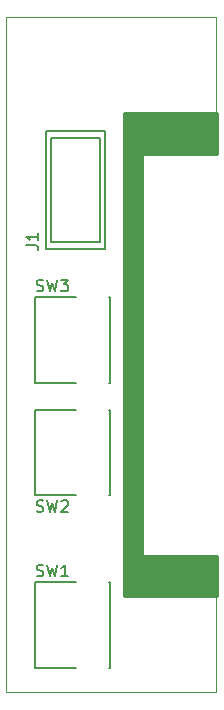
<source format=gto>
G04 #@! TF.FileFunction,Legend,Top*
%FSLAX46Y46*%
G04 Gerber Fmt 4.6, Leading zero omitted, Abs format (unit mm)*
G04 Created by KiCad (PCBNEW (2015-04-03 BZR 5570)-product) date Sun Apr 12 09:32:45 2015*
%MOMM*%
G01*
G04 APERTURE LIST*
%ADD10C,0.150000*%
%ADD11C,0.180000*%
%ADD12C,0.254000*%
%ADD13C,0.100000*%
G04 APERTURE END LIST*
D10*
D11*
X123785600Y-129115000D02*
X123785600Y-136315000D01*
X123785600Y-136315000D02*
X127185600Y-136315000D01*
X123785600Y-129115000D02*
X127185600Y-129115000D01*
X130085600Y-129115000D02*
X130085600Y-136315000D01*
X130085600Y-129115000D02*
X129985600Y-129115000D01*
X130085600Y-136315000D02*
X129985600Y-136315000D01*
X123785600Y-114510000D02*
X123785600Y-121710000D01*
X123785600Y-121710000D02*
X127185600Y-121710000D01*
X123785600Y-114510000D02*
X127185600Y-114510000D01*
X130085600Y-114510000D02*
X130085600Y-121710000D01*
X130085600Y-114510000D02*
X129985600Y-114510000D01*
X130085600Y-121710000D02*
X129985600Y-121710000D01*
X123785600Y-104985000D02*
X123785600Y-112185000D01*
X123785600Y-112185000D02*
X127185600Y-112185000D01*
X123785600Y-104985000D02*
X127185600Y-104985000D01*
X130085600Y-104985000D02*
X130085600Y-112185000D01*
X130085600Y-104985000D02*
X129985600Y-104985000D01*
X130085600Y-112185000D02*
X129985600Y-112185000D01*
X124670000Y-100885000D02*
X124670000Y-90885000D01*
X124670000Y-90885000D02*
X129670000Y-90885000D01*
X129670000Y-100885000D02*
X129670000Y-90885000D01*
X129670000Y-100885000D02*
X124670000Y-100885000D01*
X125070000Y-100285000D02*
X125070000Y-91485000D01*
X125070000Y-91485000D02*
X129270000Y-91485000D01*
X125070000Y-100285000D02*
X129270000Y-100285000D01*
X129270000Y-100285000D02*
X129270000Y-91485000D01*
X123888476Y-128555762D02*
X124031333Y-128603381D01*
X124269429Y-128603381D01*
X124364667Y-128555762D01*
X124412286Y-128508143D01*
X124459905Y-128412905D01*
X124459905Y-128317667D01*
X124412286Y-128222429D01*
X124364667Y-128174810D01*
X124269429Y-128127190D01*
X124078952Y-128079571D01*
X123983714Y-128031952D01*
X123936095Y-127984333D01*
X123888476Y-127889095D01*
X123888476Y-127793857D01*
X123936095Y-127698619D01*
X123983714Y-127651000D01*
X124078952Y-127603381D01*
X124317048Y-127603381D01*
X124459905Y-127651000D01*
X124793238Y-127603381D02*
X125031333Y-128603381D01*
X125221810Y-127889095D01*
X125412286Y-128603381D01*
X125650381Y-127603381D01*
X126555143Y-128603381D02*
X125983714Y-128603381D01*
X126269428Y-128603381D02*
X126269428Y-127603381D01*
X126174190Y-127746238D01*
X126078952Y-127841476D01*
X125983714Y-127889095D01*
X123888476Y-123094762D02*
X124031333Y-123142381D01*
X124269429Y-123142381D01*
X124364667Y-123094762D01*
X124412286Y-123047143D01*
X124459905Y-122951905D01*
X124459905Y-122856667D01*
X124412286Y-122761429D01*
X124364667Y-122713810D01*
X124269429Y-122666190D01*
X124078952Y-122618571D01*
X123983714Y-122570952D01*
X123936095Y-122523333D01*
X123888476Y-122428095D01*
X123888476Y-122332857D01*
X123936095Y-122237619D01*
X123983714Y-122190000D01*
X124078952Y-122142381D01*
X124317048Y-122142381D01*
X124459905Y-122190000D01*
X124793238Y-122142381D02*
X125031333Y-123142381D01*
X125221810Y-122428095D01*
X125412286Y-123142381D01*
X125650381Y-122142381D01*
X125983714Y-122237619D02*
X126031333Y-122190000D01*
X126126571Y-122142381D01*
X126364667Y-122142381D01*
X126459905Y-122190000D01*
X126507524Y-122237619D01*
X126555143Y-122332857D01*
X126555143Y-122428095D01*
X126507524Y-122570952D01*
X125936095Y-123142381D01*
X126555143Y-123142381D01*
X123888476Y-104425762D02*
X124031333Y-104473381D01*
X124269429Y-104473381D01*
X124364667Y-104425762D01*
X124412286Y-104378143D01*
X124459905Y-104282905D01*
X124459905Y-104187667D01*
X124412286Y-104092429D01*
X124364667Y-104044810D01*
X124269429Y-103997190D01*
X124078952Y-103949571D01*
X123983714Y-103901952D01*
X123936095Y-103854333D01*
X123888476Y-103759095D01*
X123888476Y-103663857D01*
X123936095Y-103568619D01*
X123983714Y-103521000D01*
X124078952Y-103473381D01*
X124317048Y-103473381D01*
X124459905Y-103521000D01*
X124793238Y-103473381D02*
X125031333Y-104473381D01*
X125221810Y-103759095D01*
X125412286Y-104473381D01*
X125650381Y-103473381D01*
X125936095Y-103473381D02*
X126555143Y-103473381D01*
X126221809Y-103854333D01*
X126364667Y-103854333D01*
X126459905Y-103901952D01*
X126507524Y-103949571D01*
X126555143Y-104044810D01*
X126555143Y-104282905D01*
X126507524Y-104378143D01*
X126459905Y-104425762D01*
X126364667Y-104473381D01*
X126078952Y-104473381D01*
X125983714Y-104425762D01*
X125936095Y-104378143D01*
X123022381Y-100561190D02*
X123736667Y-100561190D01*
X123879524Y-100608810D01*
X123974762Y-100704048D01*
X124022381Y-100846905D01*
X124022381Y-100942143D01*
X124022381Y-99561190D02*
X124022381Y-100132619D01*
X124022381Y-99846905D02*
X123022381Y-99846905D01*
X123165238Y-99942143D01*
X123260476Y-100037381D01*
X123308095Y-100132619D01*
D12*
G36*
X139192000Y-130302000D02*
X131318000Y-130302000D01*
X131318000Y-89408000D01*
X139192000Y-89408000D01*
X139192000Y-92837000D01*
X132842000Y-92837000D01*
X132842000Y-126873000D01*
X139192000Y-126873000D01*
X139192000Y-130302000D01*
X139192000Y-130302000D01*
G37*
X139192000Y-130302000D02*
X131318000Y-130302000D01*
X131318000Y-89408000D01*
X139192000Y-89408000D01*
X139192000Y-92837000D01*
X132842000Y-92837000D01*
X132842000Y-126873000D01*
X139192000Y-126873000D01*
X139192000Y-130302000D01*
D13*
X132715000Y-127000000D02*
X132715000Y-92710000D01*
X139065000Y-127000000D02*
X132715000Y-127000000D01*
X139065000Y-138430000D02*
X139065000Y-127000000D01*
X121285000Y-138430000D02*
X139065000Y-138430000D01*
X139065000Y-92710000D02*
X132715000Y-92710000D01*
X139065000Y-81280000D02*
X139065000Y-92710000D01*
X121285000Y-81280000D02*
X139065000Y-81280000D01*
X121285000Y-138430000D02*
X121285000Y-81280000D01*
M02*

</source>
